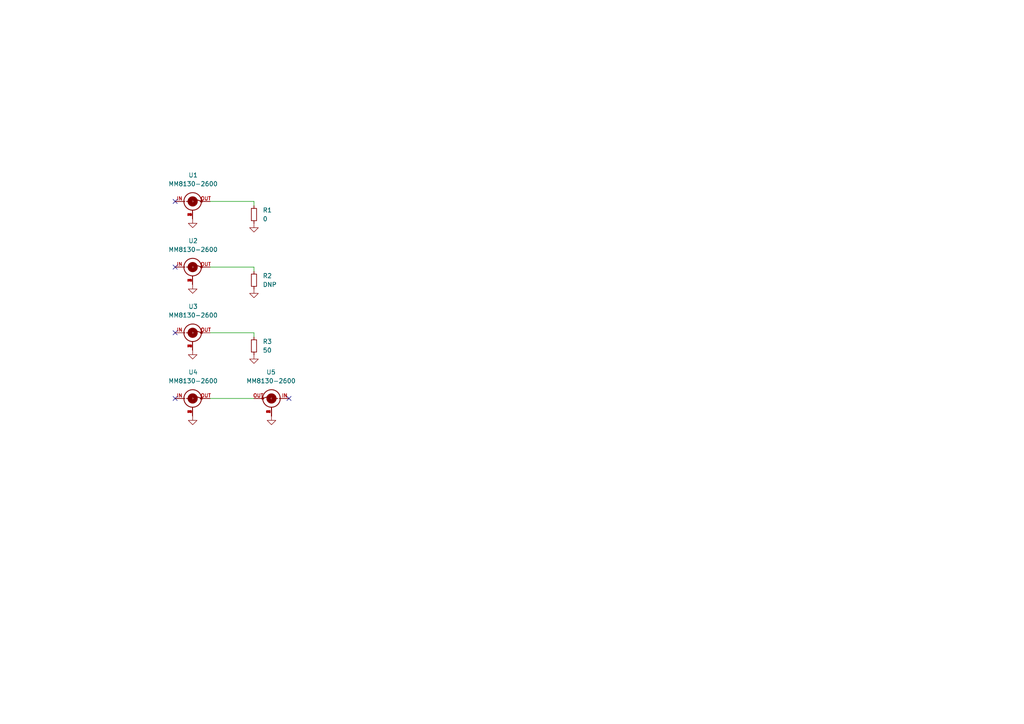
<source format=kicad_sch>
(kicad_sch (version 20211123) (generator eeschema)
  (paper "A4")
  (lib_symbols
    (symbol "Device:R_Small" (pin_numbers hide) (pin_names (offset 0.254) hide)
      (property "Reference" "R" (at 0.762 0.508 0))
      (property "Value" "R_Small" (at 0.762 -1.016 0))
      (symbol "R_Small_0_1"
        (rectangle (start -0.762 1.778) (end 0.762 -1.778) (stroke (width 0.2032)))
      )
      (symbol "R_Small_1_1"
        (pin passive line (at 0 2.54 270) (length 0.762) (name "~") (number "1"))
        (pin passive line (at 0 -2.54 90) (length 0.762) (name "~") (number "2"))
      )
    )
    (symbol "MM8130-2600:MM8130-2600" (pin_names (offset 1.016))
      (property "Reference" "U" (at -2.54 5.08 0))
      (property "Value" "MM8130-2600" (at -2.54 3.048 0))
      (symbol "MM8130-2600_0_0"
        (polyline (pts (xy -2.54 0) (xy -2.286 0)) (stroke (width 0.254)))
        (polyline (pts (xy -1.524 0) (xy -1.778 0)) (stroke (width 0.254)))
        (polyline (pts (xy 0 0) (xy -1.016 0)) (stroke (width 0.254)))
        (polyline (pts (xy 2.54 0) (xy -0.254 1.016)) (stroke (width 0.254)))
        (circle (center 0 0) (radius 0.2032) (stroke (width 1.27)))
        (circle (center 0 0) (radius 2.54) (stroke (width 0.254)))
        (circle (center 2.54 0) (radius 0.254) (stroke (width 0.254)))
        (pin passive line (at 0 -5.08 90) (length 2.54) (name "~") (number "1"))
        (pin passive line (at 0 -5.08 90) (length 2.54) (name "~") (number "2"))
        (pin passive line (at 0 -5.08 90) (length 2.54) (name "~") (number "3"))
        (pin passive line (at 0 -5.08 90) (length 2.54) (name "~") (number "4"))
        (pin passive line (at -5.08 0 0) (length 2.54) (name "~") (number "IN"))
        (pin passive line (at 5.08 0 180) (length 2.54) (name "~") (number "OUT"))
      )
    )
    (symbol "power:GND" (power) (pin_names (offset 0))
      (property "Value" "GND" (at 0 -3.81 0))
      (symbol "GND_0_1"
        (polyline (pts (xy 0 0) (xy 0 -1.27) (xy 1.27 -1.27) (xy 0 -2.54) (xy -1.27 -1.27) (xy 0 -1.27)))
      )
      (symbol "GND_1_1"
        (pin power_in line (at 0 0 270) (length 0) hide (name "GND") (number "1"))
      )
    )
  )
  (no_connect (at 50.8 77.47))
  (no_connect (at 50.8 58.42))
  (no_connect (at 50.8 115.57))
  (no_connect (at 50.8 96.52))
  (no_connect (at 83.82 115.57))
  (wire (pts (xy 60.96 96.52) (xy 73.66 96.52)))
  (wire (pts (xy 73.66 96.52) (xy 73.66 97.79)))
  (wire (pts (xy 73.66 58.42) (xy 73.66 59.69)))
  (wire (pts (xy 60.96 58.42) (xy 73.66 58.42)))
  (wire (pts (xy 60.96 77.47) (xy 73.66 77.47)))
  (wire (pts (xy 73.66 77.47) (xy 73.66 78.74)))
  (wire (pts (xy 60.96 115.57) (xy 73.66 115.57)))
  (symbol (lib_id "MM8130-2600:MM8130-2600") (at 78.74 115.57 0) (mirror y) (unit 1)
    (property "Reference" "U5" (at 78.613 107.95 0))
    (property "Value" "MM8130-2600" (at 78.613 110.49 0))
    (property "Footprint" "rusty-tracker:MM8130-2600" (effects hide))
  )
  (symbol (lib_id "power:GND") (at 73.66 64.77 0) (unit 1)
    (property "Reference" "#PWR05" (effects hide))
    (property "Value" "GND" (effects hide))
  )
  (symbol (lib_id "power:GND") (at 55.88 120.65 0) (unit 1)
    (property "Reference" "#PWR04" (effects hide))
    (property "Value" "GND" (effects hide))
  )
  (symbol (lib_id "Device:R_Small") (at 73.66 81.28 0) (unit 1)
    (property "Reference" "R2" (at 76.2 80.0099 0) (effects (justify left)))
    (property "Value" "DNP" (at 76.2 82.5499 0) (effects (justify left)))
    (property "Footprint" "Resistor_SMD:R_0603_1608Metric" (effects hide))
  )
  (symbol (lib_id "power:GND") (at 55.88 82.55 0) (unit 1)
    (property "Reference" "#PWR02" (effects hide))
    (property "Value" "GND" (effects hide))
  )
  (symbol (lib_id "power:GND") (at 55.88 101.6 0) (unit 1)
    (property "Reference" "#PWR03" (effects hide))
    (property "Value" "GND" (effects hide))
  )
  (symbol (lib_id "power:GND") (at 78.74 120.65 0) (mirror y) (unit 1)
    (property "Reference" "#PWR08" (effects hide))
    (property "Value" "GND" (effects hide))
  )
  (symbol (lib_id "MM8130-2600:MM8130-2600") (at 55.88 77.47 0) (unit 1)
    (property "Reference" "U2" (at 56.007 69.85 0))
    (property "Value" "MM8130-2600" (at 56.007 72.39 0))
    (property "Footprint" "rusty-tracker:MM8130-2600" (effects hide))
  )
  (symbol (lib_id "power:GND") (at 73.66 83.82 0) (unit 1)
    (property "Reference" "#PWR06" (effects hide))
    (property "Value" "GND" (effects hide))
  )
  (symbol (lib_id "power:GND") (at 55.88 63.5 0) (unit 1)
    (property "Reference" "#PWR01" (effects hide))
    (property "Value" "GND" (effects hide))
  )
  (symbol (lib_id "MM8130-2600:MM8130-2600") (at 55.88 96.52 0) (unit 1)
    (property "Reference" "U3" (at 56.007 88.9 0))
    (property "Value" "MM8130-2600" (at 56.007 91.44 0))
    (property "Footprint" "rusty-tracker:MM8130-2600" (effects hide))
  )
  (symbol (lib_id "Device:R_Small") (at 73.66 100.33 0) (unit 1)
    (property "Reference" "R3" (at 76.2 99.0599 0) (effects (justify left)))
    (property "Value" "50" (at 76.2 101.5999 0) (effects (justify left)))
    (property "Footprint" "Resistor_SMD:R_0603_1608Metric" (effects hide))
  )
  (symbol (lib_id "MM8130-2600:MM8130-2600") (at 55.88 115.57 0) (unit 1)
    (property "Reference" "U4" (at 56.007 107.95 0))
    (property "Value" "MM8130-2600" (at 56.007 110.49 0))
    (property "Footprint" "rusty-tracker:MM8130-2600" (effects hide))
  )
  (symbol (lib_id "power:GND") (at 73.66 102.87 0) (unit 1)
    (property "Reference" "#PWR07" (effects hide))
    (property "Value" "GND" (effects hide))
  )
  (symbol (lib_id "Device:R_Small") (at 73.66 62.23 0) (unit 1)
    (property "Reference" "R1" (at 76.2 60.9599 0) (effects (justify left)))
    (property "Value" "0" (at 76.2 63.4999 0) (effects (justify left)))
    (property "Footprint" "Resistor_SMD:R_0603_1608Metric" (effects hide))
  )
  (symbol (lib_id "MM8130-2600:MM8130-2600") (at 55.88 58.42 0) (unit 1)
    (property "Reference" "U1" (at 56.007 50.8 0))
    (property "Value" "MM8130-2600" (at 56.007 53.34 0))
    (property "Footprint" "rusty-tracker:MM8130-2600" (effects hide))
  )
)
</source>
